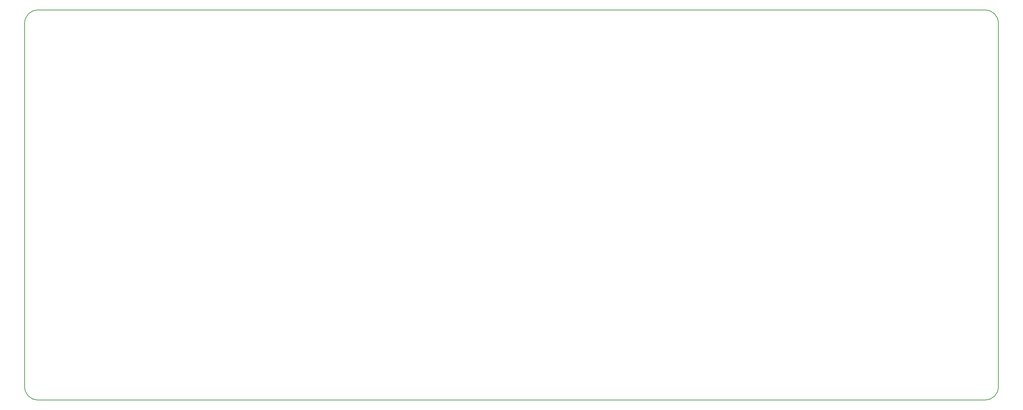
<source format=gbr>
G04 #@! TF.GenerationSoftware,KiCad,Pcbnew,(5.1.4)-1*
G04 #@! TF.CreationDate,2019-11-03T00:56:46-04:00*
G04 #@! TF.ProjectId,romeo-pcb,726f6d65-6f2d-4706-9362-2e6b69636164,rev?*
G04 #@! TF.SameCoordinates,Original*
G04 #@! TF.FileFunction,Profile,NP*
%FSLAX46Y46*%
G04 Gerber Fmt 4.6, Leading zero omitted, Abs format (unit mm)*
G04 Created by KiCad (PCBNEW (5.1.4)-1) date 2019-11-03 00:56:46*
%MOMM*%
%LPD*%
G04 APERTURE LIST*
%ADD10C,0.150000*%
G04 APERTURE END LIST*
D10*
X269366999Y-107662541D02*
X269367000Y-15076660D01*
X21717001Y-15082659D02*
X21717000Y-107670600D01*
X21717001Y-15082659D02*
G75*
G02X25021060Y-11772600I3307059J3000D01*
G01*
X266056941Y-11772601D02*
G75*
G02X269367000Y-15076660I3000J-3307059D01*
G01*
X25027059Y-110974659D02*
X266062940Y-110972600D01*
X269366999Y-107662541D02*
G75*
G02X266062940Y-110972600I-3307059J-3000D01*
G01*
X25027059Y-110974659D02*
G75*
G02X21717000Y-107670600I-3000J3307059D01*
G01*
X25021060Y-11772600D02*
X266056941Y-11772601D01*
M02*

</source>
